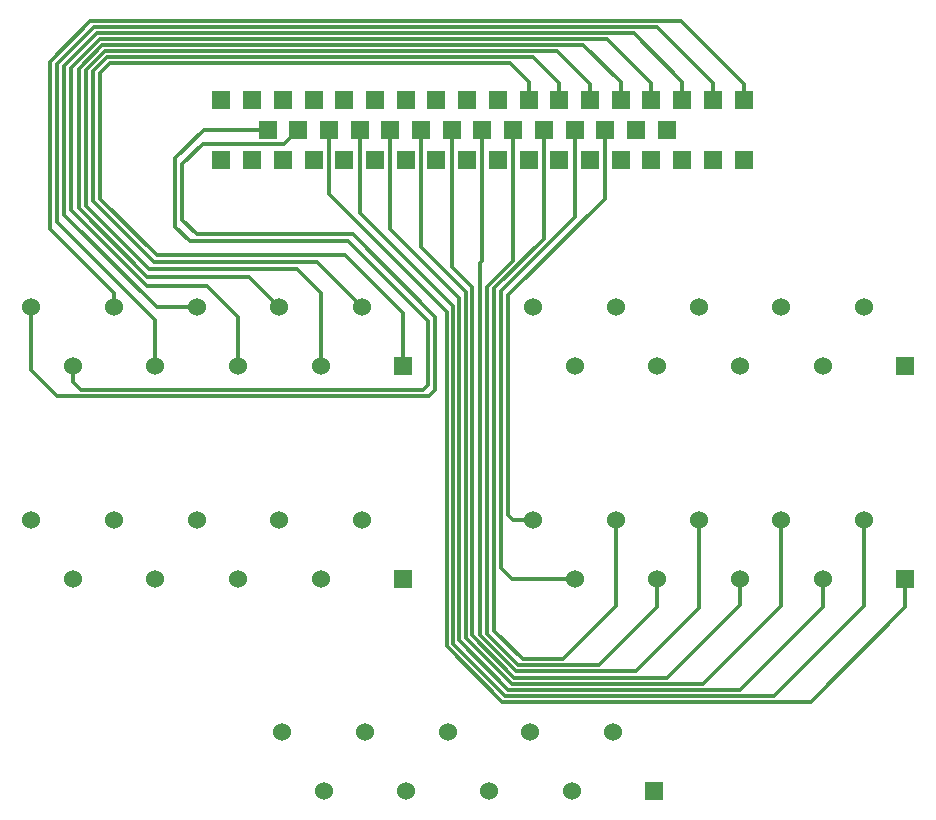
<source format=gbr>
%TF.GenerationSoftware,KiCad,Pcbnew,(6.0.4)*%
%TF.CreationDate,2022-05-02T02:18:10+10:00*%
%TF.ProjectId,mr-50-breakout,6d722d35-302d-4627-9265-616b6f75742e,rev?*%
%TF.SameCoordinates,Original*%
%TF.FileFunction,Copper,L2,Bot*%
%TF.FilePolarity,Positive*%
%FSLAX46Y46*%
G04 Gerber Fmt 4.6, Leading zero omitted, Abs format (unit mm)*
G04 Created by KiCad (PCBNEW (6.0.4)) date 2022-05-02 02:18:10*
%MOMM*%
%LPD*%
G01*
G04 APERTURE LIST*
%TA.AperFunction,ComponentPad*%
%ADD10R,1.524000X1.524000*%
%TD*%
%TA.AperFunction,ComponentPad*%
%ADD11C,1.524000*%
%TD*%
%TA.AperFunction,Conductor*%
%ADD12C,0.300000*%
%TD*%
G04 APERTURE END LIST*
D10*
%TO.P,J5,1,Pin_1*%
%TO.N,Net-(CN1-Pad41)*%
X164550000Y-86000000D03*
D11*
%TO.P,J5,2,Pin_2*%
%TO.N,Net-(CN1-Pad42)*%
X161050000Y-81000000D03*
%TO.P,J5,3,Pin_3*%
%TO.N,Net-(CN1-Pad43)*%
X157550000Y-86000000D03*
%TO.P,J5,4,Pin_4*%
%TO.N,Net-(CN1-Pad44)*%
X154050000Y-81000000D03*
%TO.P,J5,5,Pin_5*%
%TO.N,Net-(CN1-Pad45)*%
X150550000Y-86000000D03*
%TO.P,J5,6,Pin_6*%
%TO.N,Net-(CN1-Pad46)*%
X147050000Y-81000000D03*
%TO.P,J5,7,Pin_7*%
%TO.N,Net-(CN1-Pad47)*%
X143550000Y-86000000D03*
%TO.P,J5,8,Pin_8*%
%TO.N,Net-(CN1-Pad48)*%
X140050000Y-81000000D03*
%TO.P,J5,9,Pin_9*%
%TO.N,Net-(CN1-Pad49)*%
X136550000Y-86000000D03*
%TO.P,J5,10,Pin_10*%
%TO.N,Net-(CN1-Pad50)*%
X133050000Y-81000000D03*
%TD*%
D10*
%TO.P,J4,1,Pin_1*%
%TO.N,Net-(CN1-Pad31)*%
X143300000Y-68000000D03*
D11*
%TO.P,J4,2,Pin_2*%
%TO.N,Net-(CN1-Pad32)*%
X139800000Y-63000000D03*
%TO.P,J4,3,Pin_3*%
%TO.N,Net-(CN1-Pad33)*%
X136300000Y-68000000D03*
%TO.P,J4,4,Pin_4*%
%TO.N,Net-(CN1-Pad34)*%
X132800000Y-63000000D03*
%TO.P,J4,5,Pin_5*%
%TO.N,Net-(CN1-Pad35)*%
X129300000Y-68000000D03*
%TO.P,J4,6,Pin_6*%
%TO.N,Net-(CN1-Pad36)*%
X125800000Y-63000000D03*
%TO.P,J4,7,Pin_7*%
%TO.N,Net-(CN1-Pad37)*%
X122300000Y-68000000D03*
%TO.P,J4,8,Pin_8*%
%TO.N,Net-(CN1-Pad38)*%
X118800000Y-63000000D03*
%TO.P,J4,9,Pin_9*%
%TO.N,Net-(CN1-Pad39)*%
X115300000Y-68000000D03*
%TO.P,J4,10,Pin_10*%
%TO.N,Net-(CN1-Pad40)*%
X111800000Y-63000000D03*
%TD*%
D10*
%TO.P,J3,1,Pin_1*%
%TO.N,Net-(CN1-Pad21)*%
X185800000Y-68000000D03*
D11*
%TO.P,J3,2,Pin_2*%
%TO.N,Net-(CN1-Pad22)*%
X182300000Y-63000000D03*
%TO.P,J3,3,Pin_3*%
%TO.N,Net-(CN1-Pad23)*%
X178800000Y-68000000D03*
%TO.P,J3,4,Pin_4*%
%TO.N,Net-(CN1-Pad24)*%
X175300000Y-63000000D03*
%TO.P,J3,5,Pin_5*%
%TO.N,Net-(CN1-Pad25)*%
X171800000Y-68000000D03*
%TO.P,J3,6,Pin_6*%
%TO.N,Net-(CN1-Pad26)*%
X168300000Y-63000000D03*
%TO.P,J3,7,Pin_7*%
%TO.N,Net-(CN1-Pad27)*%
X164800000Y-68000000D03*
%TO.P,J3,8,Pin_8*%
%TO.N,Net-(CN1-Pad28)*%
X161300000Y-63000000D03*
%TO.P,J3,9,Pin_9*%
%TO.N,Net-(CN1-Pad29)*%
X157800000Y-68000000D03*
%TO.P,J3,10,Pin_10*%
%TO.N,Net-(CN1-Pad30)*%
X154300000Y-63000000D03*
%TD*%
%TO.P,J2,10,Pin_10*%
%TO.N,Net-(CN1-Pad20)*%
X111800000Y-45000000D03*
%TO.P,J2,9,Pin_9*%
%TO.N,Net-(CN1-Pad19)*%
X115300000Y-50000000D03*
%TO.P,J2,8,Pin_8*%
%TO.N,Net-(CN1-Pad18)*%
X118800000Y-45000000D03*
%TO.P,J2,7,Pin_7*%
%TO.N,Net-(CN1-Pad17)*%
X122300000Y-50000000D03*
%TO.P,J2,6,Pin_6*%
%TO.N,Net-(CN1-Pad16)*%
X125800000Y-45000000D03*
%TO.P,J2,5,Pin_5*%
%TO.N,Net-(CN1-Pad15)*%
X129300000Y-50000000D03*
%TO.P,J2,4,Pin_4*%
%TO.N,Net-(CN1-Pad14)*%
X132800000Y-45000000D03*
%TO.P,J2,3,Pin_3*%
%TO.N,Net-(CN1-Pad13)*%
X136300000Y-50000000D03*
%TO.P,J2,2,Pin_2*%
%TO.N,Net-(CN1-Pad12)*%
X139800000Y-45000000D03*
D10*
%TO.P,J2,1,Pin_1*%
%TO.N,Net-(CN1-Pad11)*%
X143300000Y-50000000D03*
%TD*%
%TO.P,J1,1,Pin_1*%
%TO.N,Net-(CN1-Pad1)*%
X185800000Y-50000000D03*
D11*
%TO.P,J1,2,Pin_2*%
%TO.N,Net-(CN1-Pad2)*%
X182300000Y-45000000D03*
%TO.P,J1,3,Pin_3*%
%TO.N,Net-(CN1-Pad3)*%
X178800000Y-50000000D03*
%TO.P,J1,4,Pin_4*%
%TO.N,Net-(CN1-Pad4)*%
X175300000Y-45000000D03*
%TO.P,J1,5,Pin_5*%
%TO.N,Net-(CN1-Pad5)*%
X171800000Y-50000000D03*
%TO.P,J1,6,Pin_6*%
%TO.N,Net-(CN1-Pad6)*%
X168300000Y-45000000D03*
%TO.P,J1,7,Pin_7*%
%TO.N,Net-(CN1-Pad7)*%
X164800000Y-50000000D03*
%TO.P,J1,8,Pin_8*%
%TO.N,Net-(CN1-Pad8)*%
X161300000Y-45000000D03*
%TO.P,J1,9,Pin_9*%
%TO.N,Net-(CN1-Pad9)*%
X157800000Y-50000000D03*
%TO.P,J1,10,Pin_10*%
%TO.N,Net-(CN1-Pad10)*%
X154300000Y-45000000D03*
%TD*%
D10*
%TO.P,CN1,1*%
%TO.N,Net-(CN1-Pad1)*%
X127900000Y-27460000D03*
%TO.P,CN1,2*%
%TO.N,Net-(CN1-Pad2)*%
X130500000Y-27460000D03*
%TO.P,CN1,3*%
%TO.N,Net-(CN1-Pad3)*%
X133100000Y-27460000D03*
%TO.P,CN1,4*%
%TO.N,Net-(CN1-Pad4)*%
X135700000Y-27460000D03*
%TO.P,CN1,5*%
%TO.N,Net-(CN1-Pad5)*%
X138300000Y-27460000D03*
%TO.P,CN1,6*%
%TO.N,Net-(CN1-Pad6)*%
X140900000Y-27460000D03*
%TO.P,CN1,7*%
%TO.N,Net-(CN1-Pad7)*%
X143500000Y-27460000D03*
%TO.P,CN1,8*%
%TO.N,Net-(CN1-Pad8)*%
X146100000Y-27460000D03*
%TO.P,CN1,9*%
%TO.N,Net-(CN1-Pad9)*%
X148700000Y-27460000D03*
%TO.P,CN1,10*%
%TO.N,Net-(CN1-Pad10)*%
X151300000Y-27460000D03*
%TO.P,CN1,11*%
%TO.N,Net-(CN1-Pad11)*%
X153900000Y-27460000D03*
%TO.P,CN1,12*%
%TO.N,Net-(CN1-Pad12)*%
X156500000Y-27460000D03*
%TO.P,CN1,13*%
%TO.N,Net-(CN1-Pad13)*%
X159100000Y-27460000D03*
%TO.P,CN1,14*%
%TO.N,Net-(CN1-Pad14)*%
X161700000Y-27460000D03*
%TO.P,CN1,15*%
%TO.N,Net-(CN1-Pad15)*%
X164300000Y-27460000D03*
%TO.P,CN1,16*%
%TO.N,Net-(CN1-Pad16)*%
X166900000Y-27460000D03*
%TO.P,CN1,17*%
%TO.N,Net-(CN1-Pad17)*%
X169500000Y-27460000D03*
%TO.P,CN1,18*%
%TO.N,Net-(CN1-Pad18)*%
X172100000Y-27460000D03*
%TO.P,CN1,19*%
%TO.N,Net-(CN1-Pad19)*%
X131800000Y-30000000D03*
%TO.P,CN1,20*%
%TO.N,Net-(CN1-Pad20)*%
X134400000Y-30000000D03*
%TO.P,CN1,21*%
%TO.N,Net-(CN1-Pad21)*%
X137000000Y-30000000D03*
%TO.P,CN1,22*%
%TO.N,Net-(CN1-Pad22)*%
X139600000Y-30000000D03*
%TO.P,CN1,23*%
%TO.N,Net-(CN1-Pad23)*%
X142200000Y-30000000D03*
%TO.P,CN1,24*%
%TO.N,Net-(CN1-Pad24)*%
X144800000Y-30000000D03*
%TO.P,CN1,25*%
%TO.N,Net-(CN1-Pad25)*%
X147400000Y-30000000D03*
%TO.P,CN1,26*%
%TO.N,Net-(CN1-Pad26)*%
X150000000Y-30000000D03*
%TO.P,CN1,27*%
%TO.N,Net-(CN1-Pad27)*%
X152600000Y-30000000D03*
%TO.P,CN1,28*%
%TO.N,Net-(CN1-Pad28)*%
X155200000Y-30000000D03*
%TO.P,CN1,29*%
%TO.N,Net-(CN1-Pad29)*%
X157800000Y-30000000D03*
%TO.P,CN1,30*%
%TO.N,Net-(CN1-Pad30)*%
X160400000Y-30000000D03*
%TO.P,CN1,31*%
%TO.N,Net-(CN1-Pad31)*%
X163000000Y-30000000D03*
%TO.P,CN1,32*%
%TO.N,Net-(CN1-Pad32)*%
X165600000Y-30000000D03*
%TO.P,CN1,33*%
%TO.N,Net-(CN1-Pad33)*%
X127900000Y-32540000D03*
%TO.P,CN1,34*%
%TO.N,Net-(CN1-Pad34)*%
X130500000Y-32540000D03*
%TO.P,CN1,35*%
%TO.N,Net-(CN1-Pad35)*%
X133100000Y-32540000D03*
%TO.P,CN1,36*%
%TO.N,Net-(CN1-Pad36)*%
X135700000Y-32540000D03*
%TO.P,CN1,37*%
%TO.N,Net-(CN1-Pad37)*%
X138300000Y-32540000D03*
%TO.P,CN1,38*%
%TO.N,Net-(CN1-Pad38)*%
X140900000Y-32540000D03*
%TO.P,CN1,39*%
%TO.N,Net-(CN1-Pad39)*%
X143500000Y-32540000D03*
%TO.P,CN1,40*%
%TO.N,Net-(CN1-Pad40)*%
X146100000Y-32540000D03*
%TO.P,CN1,41*%
%TO.N,Net-(CN1-Pad41)*%
X148700000Y-32540000D03*
%TO.P,CN1,42*%
%TO.N,Net-(CN1-Pad42)*%
X151300000Y-32540000D03*
%TO.P,CN1,43*%
%TO.N,Net-(CN1-Pad43)*%
X153900000Y-32540000D03*
%TO.P,CN1,44*%
%TO.N,Net-(CN1-Pad44)*%
X156500000Y-32540000D03*
%TO.P,CN1,45*%
%TO.N,Net-(CN1-Pad45)*%
X159100000Y-32540000D03*
%TO.P,CN1,46*%
%TO.N,Net-(CN1-Pad46)*%
X161700000Y-32540000D03*
%TO.P,CN1,47*%
%TO.N,Net-(CN1-Pad47)*%
X164300000Y-32540000D03*
%TO.P,CN1,48*%
%TO.N,Net-(CN1-Pad48)*%
X166900000Y-32540000D03*
%TO.P,CN1,49*%
%TO.N,Net-(CN1-Pad49)*%
X169500000Y-32540000D03*
%TO.P,CN1,50*%
%TO.N,Net-(CN1-Pad50)*%
X172100000Y-32540000D03*
%TD*%
D12*
%TO.N,Net-(CN1-Pad18)*%
X113400000Y-24200000D02*
X113400000Y-38400000D01*
X113400000Y-38400000D02*
X118800000Y-43800000D01*
X172100000Y-26100000D02*
X166800000Y-20800000D01*
X116800000Y-20800000D02*
X113400000Y-24200000D01*
X172100000Y-27460000D02*
X172100000Y-26100000D01*
X166800000Y-20800000D02*
X116800000Y-20800000D01*
X118800000Y-43800000D02*
X118800000Y-45000000D01*
%TO.N,Net-(CN1-Pad17)*%
X114000000Y-37800000D02*
X122300000Y-46100000D01*
X114000000Y-24400000D02*
X114000000Y-37800000D01*
X164799520Y-21299520D02*
X117100480Y-21299520D01*
X122300000Y-46100000D02*
X122300000Y-50000000D01*
X169500000Y-26000000D02*
X164799520Y-21299520D01*
X117100480Y-21299520D02*
X114000000Y-24400000D01*
X169500000Y-27460000D02*
X169500000Y-26000000D01*
%TO.N,Net-(CN1-Pad16)*%
X122400000Y-45000000D02*
X125800000Y-45000000D01*
X114600000Y-37200000D02*
X122400000Y-45000000D01*
X114600000Y-24600000D02*
X114600000Y-37200000D01*
X166900000Y-25900000D02*
X162799040Y-21799040D01*
X166900000Y-27460000D02*
X166900000Y-25900000D01*
X162799040Y-21799040D02*
X117400960Y-21799040D01*
X117400960Y-21799040D02*
X114600000Y-24600000D01*
%TO.N,Net-(CN1-Pad15)*%
X129300000Y-45800000D02*
X129300000Y-50000000D01*
X160548560Y-22298560D02*
X117607868Y-22298560D01*
X121600000Y-43200000D02*
X126700000Y-43200000D01*
X164300000Y-26050000D02*
X160548560Y-22298560D01*
X115200000Y-24706428D02*
X115200000Y-36800000D01*
X115200000Y-36800000D02*
X121600000Y-43200000D01*
X164300000Y-27460000D02*
X164300000Y-26050000D01*
X117607868Y-22298560D02*
X115200000Y-24706428D01*
X126700000Y-43200000D02*
X129300000Y-45800000D01*
%TO.N,Net-(CN1-Pad14)*%
X130200000Y-42400000D02*
X132800000Y-45000000D01*
X117814776Y-22798080D02*
X115800000Y-24812856D01*
X158548080Y-22798080D02*
X117814776Y-22798080D01*
X115800000Y-24812856D02*
X115800000Y-36600000D01*
X161700000Y-25950000D02*
X158548080Y-22798080D01*
X115800000Y-36600000D02*
X121600000Y-42400000D01*
X121600000Y-42400000D02*
X130200000Y-42400000D01*
X161700000Y-27460000D02*
X161700000Y-25950000D01*
%TO.N,Net-(CN1-Pad13)*%
X136300000Y-43800000D02*
X136300000Y-50000000D01*
X116400000Y-36400000D02*
X121800000Y-41800000D01*
X121800000Y-41800000D02*
X134300000Y-41800000D01*
X116400000Y-24919284D02*
X116400000Y-36400000D01*
X134300000Y-41800000D02*
X136300000Y-43800000D01*
X156297600Y-23297600D02*
X118021684Y-23297600D01*
X159100000Y-26100000D02*
X156297600Y-23297600D01*
X118021684Y-23297600D02*
X116400000Y-24919284D01*
X159100000Y-27460000D02*
X159100000Y-26100000D01*
%TO.N,Net-(CN1-Pad12)*%
X136000000Y-41200000D02*
X139800000Y-45000000D01*
X117000000Y-25025712D02*
X117000000Y-36000000D01*
X118228592Y-23797120D02*
X117000000Y-25025712D01*
X122200000Y-41200000D02*
X136000000Y-41200000D01*
X154297120Y-23797120D02*
X118228592Y-23797120D01*
X156500000Y-26000000D02*
X154297120Y-23797120D01*
X117000000Y-36000000D02*
X122200000Y-41200000D01*
X156500000Y-27460000D02*
X156500000Y-26000000D01*
%TO.N,Net-(CN1-Pad11)*%
X143300000Y-45500000D02*
X143300000Y-50000000D01*
X138400000Y-40600000D02*
X143300000Y-45500000D01*
X117600000Y-35800000D02*
X122400000Y-40600000D01*
X117600000Y-25132140D02*
X117600000Y-35800000D01*
X152296640Y-24296640D02*
X118435500Y-24296640D01*
X122400000Y-40600000D02*
X138400000Y-40600000D01*
X153900000Y-25900000D02*
X152296640Y-24296640D01*
X153900000Y-27460000D02*
X153900000Y-25900000D01*
X118435500Y-24296640D02*
X117600000Y-25132140D01*
%TO.N,Net-(CN1-Pad23)*%
X171799040Y-77400960D02*
X178800000Y-70400000D01*
X152200960Y-77400960D02*
X171799040Y-77400960D01*
X178800000Y-70400000D02*
X178800000Y-68000000D01*
X147999040Y-73199040D02*
X152200960Y-77400960D01*
X147999040Y-44199040D02*
X147999040Y-73199040D01*
X142200000Y-38400000D02*
X147999040Y-44199040D01*
X142200000Y-30000000D02*
X142200000Y-38400000D01*
%TO.N,Net-(CN1-Pad22)*%
X182300000Y-70300000D02*
X182300000Y-63000000D01*
X174699520Y-77900480D02*
X182300000Y-70300000D01*
X151900480Y-77900480D02*
X174699520Y-77900480D01*
X147499520Y-73499520D02*
X151900480Y-77900480D01*
X147499520Y-44899520D02*
X147499520Y-73499520D01*
X139600000Y-30000000D02*
X139600000Y-37000000D01*
X139600000Y-37000000D02*
X147499520Y-44899520D01*
%TO.N,Net-(CN1-Pad21)*%
X151693571Y-78399999D02*
X177800001Y-78399999D01*
X147000001Y-45400001D02*
X147000001Y-73706429D01*
X137000000Y-35400000D02*
X147000001Y-45400001D01*
X147000001Y-73706429D02*
X151693571Y-78399999D01*
X185800000Y-70400000D02*
X185800000Y-68000000D01*
X137000000Y-30000000D02*
X137000000Y-35400000D01*
X177800001Y-78399999D02*
X185800000Y-70400000D01*
%TO.N,Net-(CN1-Pad20)*%
X111800000Y-50300000D02*
X111800000Y-45000000D01*
X113999519Y-52499519D02*
X111800000Y-50300000D01*
X145500481Y-52499519D02*
X113999519Y-52499519D01*
X146000000Y-52000000D02*
X145500481Y-52499519D01*
X139002880Y-38802880D02*
X146000000Y-45800000D01*
X125802880Y-38802880D02*
X139002880Y-38802880D01*
X146000000Y-45800000D02*
X146000000Y-52000000D01*
X126300000Y-31200000D02*
X124600000Y-32900000D01*
X124600000Y-32900000D02*
X124600000Y-37600000D01*
X124600000Y-37600000D02*
X125802880Y-38802880D01*
X133200000Y-31200000D02*
X126300000Y-31200000D01*
X134400000Y-30000000D02*
X133200000Y-31200000D01*
%TO.N,Net-(CN1-Pad19)*%
X115300000Y-51300000D02*
X115300000Y-50000000D01*
X116000000Y-52000000D02*
X115300000Y-51300000D01*
X145400000Y-51600000D02*
X145000000Y-52000000D01*
X145400000Y-46200000D02*
X145400000Y-51600000D01*
X125200000Y-39400000D02*
X138600000Y-39400000D01*
X124000000Y-38200000D02*
X125200000Y-39400000D01*
X138600000Y-39400000D02*
X145400000Y-46200000D01*
X124000000Y-32400000D02*
X124000000Y-38200000D01*
X131800000Y-30000000D02*
X126400000Y-30000000D01*
X145000000Y-52000000D02*
X116000000Y-52000000D01*
X126400000Y-30000000D02*
X124000000Y-32400000D01*
%TO.N,Net-(CN1-Pad30)*%
X152600000Y-63000000D02*
X154300000Y-63000000D01*
X152200000Y-62600000D02*
X152600000Y-63000000D01*
X160400000Y-35800000D02*
X152200000Y-44000000D01*
X152200000Y-44000000D02*
X152200000Y-62600000D01*
X160400000Y-30000000D02*
X160400000Y-35800000D01*
%TO.N,Net-(CN1-Pad28)*%
X153400960Y-74800960D02*
X156799040Y-74800960D01*
X156799040Y-74800960D02*
X161300000Y-70300000D01*
X151000000Y-72400000D02*
X153400960Y-74800960D01*
X151000000Y-43400000D02*
X151000000Y-72400000D01*
X161300000Y-70300000D02*
X161300000Y-63000000D01*
X155200000Y-39200000D02*
X151000000Y-43400000D01*
X155200000Y-30000000D02*
X155200000Y-39200000D01*
%TO.N,Net-(CN1-Pad27)*%
X159899520Y-75300480D02*
X164800000Y-70400000D01*
X164800000Y-70400000D02*
X164800000Y-68000000D01*
X153019764Y-75300480D02*
X159899520Y-75300480D01*
X150400000Y-72680716D02*
X153019764Y-75300480D01*
X152600000Y-41093572D02*
X150400000Y-43293572D01*
X150400000Y-43293572D02*
X150400000Y-72680716D01*
X152600000Y-30000000D02*
X152600000Y-41093572D01*
%TO.N,Net-(CN1-Pad25)*%
X152706428Y-76400000D02*
X165600000Y-76400000D01*
X165600000Y-76400000D02*
X171800000Y-70200000D01*
X149099520Y-72793092D02*
X152706428Y-76400000D01*
X149099520Y-43299520D02*
X149099520Y-72793092D01*
X171800000Y-70200000D02*
X171800000Y-68000000D01*
X147400000Y-41600000D02*
X149099520Y-43299520D01*
X147400000Y-30000000D02*
X147400000Y-41600000D01*
%TO.N,Net-(CN1-Pad24)*%
X148600000Y-43693572D02*
X144800000Y-39893572D01*
X168698560Y-76901440D02*
X152501440Y-76901440D01*
X148600000Y-73000000D02*
X148600000Y-43693572D01*
X144800000Y-39893572D02*
X144800000Y-30000000D01*
X175300000Y-70300000D02*
X168698560Y-76901440D01*
X152501440Y-76901440D02*
X148600000Y-73000000D01*
X175300000Y-63000000D02*
X175300000Y-70300000D01*
%TO.N,Net-(CN1-Pad26)*%
X163000000Y-75800000D02*
X168300000Y-70500000D01*
X152812856Y-75800000D02*
X163000000Y-75800000D01*
X150000000Y-41093572D02*
X149800000Y-41293572D01*
X149800000Y-41293572D02*
X149800000Y-72787144D01*
X150000000Y-30000000D02*
X150000000Y-41093572D01*
X149800000Y-72787144D02*
X152812856Y-75800000D01*
X168300000Y-70500000D02*
X168300000Y-63000000D01*
%TO.N,Net-(CN1-Pad29)*%
X152500000Y-68000000D02*
X157800000Y-68000000D01*
X151600000Y-43600000D02*
X151600000Y-67100000D01*
X151600000Y-67100000D02*
X152500000Y-68000000D01*
X157800000Y-37400000D02*
X151600000Y-43600000D01*
X157800000Y-30000000D02*
X157800000Y-37400000D01*
%TD*%
M02*

</source>
